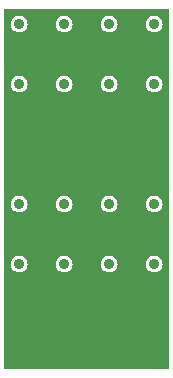
<source format=gbr>
G04 start of page 3 for group 1 idx 1 *
G04 Title: ChangeClearSize Action Test, IN1 *
G04 Creator: pcb v4.1.0-g2256aec2 *
G04 CreationDate: Sun May  6 14:43:48 2018 UTC *
G04 For: parkecw1 *
G04 Format: Gerber/RS-274X *
G04 PCB-Dimensions (mil): 1400.00 1500.00 *
G04 PCB-Coordinate-Origin: lower left *
%MOIN*%
%FSLAX25Y25*%
%LNGROUP1*%
%ADD17C,0.0200*%
%ADD16C,0.0360*%
%ADD15C,0.0001*%
G54D15*G36*
X84996Y130000D02*X90000D01*
Y10000D01*
X84996D01*
Y42192D01*
X85000Y42191D01*
X85439Y42226D01*
X85868Y42329D01*
X86275Y42497D01*
X86651Y42728D01*
X86986Y43014D01*
X87272Y43349D01*
X87503Y43725D01*
X87671Y44132D01*
X87774Y44561D01*
X87800Y45000D01*
X87774Y45439D01*
X87671Y45868D01*
X87503Y46275D01*
X87272Y46651D01*
X86986Y46986D01*
X86651Y47272D01*
X86275Y47503D01*
X85868Y47671D01*
X85439Y47774D01*
X85000Y47809D01*
X84996Y47808D01*
Y62192D01*
X85000Y62191D01*
X85439Y62226D01*
X85868Y62329D01*
X86275Y62497D01*
X86651Y62728D01*
X86986Y63014D01*
X87272Y63349D01*
X87503Y63725D01*
X87671Y64132D01*
X87774Y64561D01*
X87800Y65000D01*
X87774Y65439D01*
X87671Y65868D01*
X87503Y66275D01*
X87272Y66651D01*
X86986Y66986D01*
X86651Y67272D01*
X86275Y67503D01*
X85868Y67671D01*
X85439Y67774D01*
X85000Y67809D01*
X84996Y67808D01*
Y102192D01*
X85000Y102191D01*
X85439Y102226D01*
X85868Y102329D01*
X86275Y102497D01*
X86651Y102728D01*
X86986Y103014D01*
X87272Y103349D01*
X87503Y103725D01*
X87671Y104132D01*
X87774Y104561D01*
X87800Y105000D01*
X87774Y105439D01*
X87671Y105868D01*
X87503Y106275D01*
X87272Y106651D01*
X86986Y106986D01*
X86651Y107272D01*
X86275Y107503D01*
X85868Y107671D01*
X85439Y107774D01*
X85000Y107809D01*
X84996Y107808D01*
Y122192D01*
X85000Y122191D01*
X85439Y122226D01*
X85868Y122329D01*
X86275Y122497D01*
X86651Y122728D01*
X86986Y123014D01*
X87272Y123349D01*
X87503Y123725D01*
X87671Y124132D01*
X87774Y124561D01*
X87800Y125000D01*
X87774Y125439D01*
X87671Y125868D01*
X87503Y126275D01*
X87272Y126651D01*
X86986Y126986D01*
X86651Y127272D01*
X86275Y127503D01*
X85868Y127671D01*
X85439Y127774D01*
X85000Y127809D01*
X84996Y127808D01*
Y130000D01*
G37*
G36*
X69996D02*X84996D01*
Y127808D01*
X84561Y127774D01*
X84132Y127671D01*
X83725Y127503D01*
X83349Y127272D01*
X83014Y126986D01*
X82728Y126651D01*
X82497Y126275D01*
X82329Y125868D01*
X82226Y125439D01*
X82191Y125000D01*
X82226Y124561D01*
X82329Y124132D01*
X82497Y123725D01*
X82728Y123349D01*
X83014Y123014D01*
X83349Y122728D01*
X83725Y122497D01*
X84132Y122329D01*
X84561Y122226D01*
X84996Y122192D01*
Y107808D01*
X84561Y107774D01*
X84132Y107671D01*
X83725Y107503D01*
X83349Y107272D01*
X83014Y106986D01*
X82728Y106651D01*
X82497Y106275D01*
X82329Y105868D01*
X82226Y105439D01*
X82191Y105000D01*
X82226Y104561D01*
X82329Y104132D01*
X82497Y103725D01*
X82728Y103349D01*
X83014Y103014D01*
X83349Y102728D01*
X83725Y102497D01*
X84132Y102329D01*
X84561Y102226D01*
X84996Y102192D01*
Y67808D01*
X84561Y67774D01*
X84132Y67671D01*
X83725Y67503D01*
X83349Y67272D01*
X83014Y66986D01*
X82728Y66651D01*
X82497Y66275D01*
X82329Y65868D01*
X82226Y65439D01*
X82191Y65000D01*
X82226Y64561D01*
X82329Y64132D01*
X82497Y63725D01*
X82728Y63349D01*
X83014Y63014D01*
X83349Y62728D01*
X83725Y62497D01*
X84132Y62329D01*
X84561Y62226D01*
X84996Y62192D01*
Y47808D01*
X84561Y47774D01*
X84132Y47671D01*
X83725Y47503D01*
X83349Y47272D01*
X83014Y46986D01*
X82728Y46651D01*
X82497Y46275D01*
X82329Y45868D01*
X82226Y45439D01*
X82191Y45000D01*
X82226Y44561D01*
X82329Y44132D01*
X82497Y43725D01*
X82728Y43349D01*
X83014Y43014D01*
X83349Y42728D01*
X83725Y42497D01*
X84132Y42329D01*
X84561Y42226D01*
X84996Y42192D01*
Y10000D01*
X69996D01*
Y42192D01*
X70000Y42191D01*
X70439Y42226D01*
X70868Y42329D01*
X71275Y42497D01*
X71651Y42728D01*
X71986Y43014D01*
X72272Y43349D01*
X72503Y43725D01*
X72671Y44132D01*
X72774Y44561D01*
X72800Y45000D01*
X72774Y45439D01*
X72671Y45868D01*
X72503Y46275D01*
X72272Y46651D01*
X71986Y46986D01*
X71651Y47272D01*
X71275Y47503D01*
X70868Y47671D01*
X70439Y47774D01*
X70000Y47809D01*
X69996Y47808D01*
Y62192D01*
X70000Y62191D01*
X70439Y62226D01*
X70868Y62329D01*
X71275Y62497D01*
X71651Y62728D01*
X71986Y63014D01*
X72272Y63349D01*
X72503Y63725D01*
X72671Y64132D01*
X72774Y64561D01*
X72800Y65000D01*
X72774Y65439D01*
X72671Y65868D01*
X72503Y66275D01*
X72272Y66651D01*
X71986Y66986D01*
X71651Y67272D01*
X71275Y67503D01*
X70868Y67671D01*
X70439Y67774D01*
X70000Y67809D01*
X69996Y67808D01*
Y102192D01*
X70000Y102191D01*
X70439Y102226D01*
X70868Y102329D01*
X71275Y102497D01*
X71651Y102728D01*
X71986Y103014D01*
X72272Y103349D01*
X72503Y103725D01*
X72671Y104132D01*
X72774Y104561D01*
X72800Y105000D01*
X72774Y105439D01*
X72671Y105868D01*
X72503Y106275D01*
X72272Y106651D01*
X71986Y106986D01*
X71651Y107272D01*
X71275Y107503D01*
X70868Y107671D01*
X70439Y107774D01*
X70000Y107809D01*
X69996Y107808D01*
Y122192D01*
X70000Y122191D01*
X70439Y122226D01*
X70868Y122329D01*
X71275Y122497D01*
X71651Y122728D01*
X71986Y123014D01*
X72272Y123349D01*
X72503Y123725D01*
X72671Y124132D01*
X72774Y124561D01*
X72800Y125000D01*
X72774Y125439D01*
X72671Y125868D01*
X72503Y126275D01*
X72272Y126651D01*
X71986Y126986D01*
X71651Y127272D01*
X71275Y127503D01*
X70868Y127671D01*
X70439Y127774D01*
X70000Y127809D01*
X69996Y127808D01*
Y130000D01*
G37*
G36*
X54996D02*X69996D01*
Y127808D01*
X69561Y127774D01*
X69132Y127671D01*
X68725Y127503D01*
X68349Y127272D01*
X68014Y126986D01*
X67728Y126651D01*
X67497Y126275D01*
X67329Y125868D01*
X67226Y125439D01*
X67191Y125000D01*
X67226Y124561D01*
X67329Y124132D01*
X67497Y123725D01*
X67728Y123349D01*
X68014Y123014D01*
X68349Y122728D01*
X68725Y122497D01*
X69132Y122329D01*
X69561Y122226D01*
X69996Y122192D01*
Y107808D01*
X69561Y107774D01*
X69132Y107671D01*
X68725Y107503D01*
X68349Y107272D01*
X68014Y106986D01*
X67728Y106651D01*
X67497Y106275D01*
X67329Y105868D01*
X67226Y105439D01*
X67191Y105000D01*
X67226Y104561D01*
X67329Y104132D01*
X67497Y103725D01*
X67728Y103349D01*
X68014Y103014D01*
X68349Y102728D01*
X68725Y102497D01*
X69132Y102329D01*
X69561Y102226D01*
X69996Y102192D01*
Y67808D01*
X69561Y67774D01*
X69132Y67671D01*
X68725Y67503D01*
X68349Y67272D01*
X68014Y66986D01*
X67728Y66651D01*
X67497Y66275D01*
X67329Y65868D01*
X67226Y65439D01*
X67191Y65000D01*
X67226Y64561D01*
X67329Y64132D01*
X67497Y63725D01*
X67728Y63349D01*
X68014Y63014D01*
X68349Y62728D01*
X68725Y62497D01*
X69132Y62329D01*
X69561Y62226D01*
X69996Y62192D01*
Y47808D01*
X69561Y47774D01*
X69132Y47671D01*
X68725Y47503D01*
X68349Y47272D01*
X68014Y46986D01*
X67728Y46651D01*
X67497Y46275D01*
X67329Y45868D01*
X67226Y45439D01*
X67191Y45000D01*
X67226Y44561D01*
X67329Y44132D01*
X67497Y43725D01*
X67728Y43349D01*
X68014Y43014D01*
X68349Y42728D01*
X68725Y42497D01*
X69132Y42329D01*
X69561Y42226D01*
X69996Y42192D01*
Y10000D01*
X54996D01*
Y42192D01*
X55000Y42191D01*
X55439Y42226D01*
X55868Y42329D01*
X56275Y42497D01*
X56651Y42728D01*
X56986Y43014D01*
X57272Y43349D01*
X57503Y43725D01*
X57671Y44132D01*
X57774Y44561D01*
X57800Y45000D01*
X57774Y45439D01*
X57671Y45868D01*
X57503Y46275D01*
X57272Y46651D01*
X56986Y46986D01*
X56651Y47272D01*
X56275Y47503D01*
X55868Y47671D01*
X55439Y47774D01*
X55000Y47809D01*
X54996Y47808D01*
Y62192D01*
X55000Y62191D01*
X55439Y62226D01*
X55868Y62329D01*
X56275Y62497D01*
X56651Y62728D01*
X56986Y63014D01*
X57272Y63349D01*
X57503Y63725D01*
X57671Y64132D01*
X57774Y64561D01*
X57800Y65000D01*
X57774Y65439D01*
X57671Y65868D01*
X57503Y66275D01*
X57272Y66651D01*
X56986Y66986D01*
X56651Y67272D01*
X56275Y67503D01*
X55868Y67671D01*
X55439Y67774D01*
X55000Y67809D01*
X54996Y67808D01*
Y102192D01*
X55000Y102191D01*
X55439Y102226D01*
X55868Y102329D01*
X56275Y102497D01*
X56651Y102728D01*
X56986Y103014D01*
X57272Y103349D01*
X57503Y103725D01*
X57671Y104132D01*
X57774Y104561D01*
X57800Y105000D01*
X57774Y105439D01*
X57671Y105868D01*
X57503Y106275D01*
X57272Y106651D01*
X56986Y106986D01*
X56651Y107272D01*
X56275Y107503D01*
X55868Y107671D01*
X55439Y107774D01*
X55000Y107809D01*
X54996Y107808D01*
Y122192D01*
X55000Y122191D01*
X55439Y122226D01*
X55868Y122329D01*
X56275Y122497D01*
X56651Y122728D01*
X56986Y123014D01*
X57272Y123349D01*
X57503Y123725D01*
X57671Y124132D01*
X57774Y124561D01*
X57800Y125000D01*
X57774Y125439D01*
X57671Y125868D01*
X57503Y126275D01*
X57272Y126651D01*
X56986Y126986D01*
X56651Y127272D01*
X56275Y127503D01*
X55868Y127671D01*
X55439Y127774D01*
X55000Y127809D01*
X54996Y127808D01*
Y130000D01*
G37*
G36*
X39996D02*X54996D01*
Y127808D01*
X54561Y127774D01*
X54132Y127671D01*
X53725Y127503D01*
X53349Y127272D01*
X53014Y126986D01*
X52728Y126651D01*
X52497Y126275D01*
X52329Y125868D01*
X52226Y125439D01*
X52191Y125000D01*
X52226Y124561D01*
X52329Y124132D01*
X52497Y123725D01*
X52728Y123349D01*
X53014Y123014D01*
X53349Y122728D01*
X53725Y122497D01*
X54132Y122329D01*
X54561Y122226D01*
X54996Y122192D01*
Y107808D01*
X54561Y107774D01*
X54132Y107671D01*
X53725Y107503D01*
X53349Y107272D01*
X53014Y106986D01*
X52728Y106651D01*
X52497Y106275D01*
X52329Y105868D01*
X52226Y105439D01*
X52191Y105000D01*
X52226Y104561D01*
X52329Y104132D01*
X52497Y103725D01*
X52728Y103349D01*
X53014Y103014D01*
X53349Y102728D01*
X53725Y102497D01*
X54132Y102329D01*
X54561Y102226D01*
X54996Y102192D01*
Y67808D01*
X54561Y67774D01*
X54132Y67671D01*
X53725Y67503D01*
X53349Y67272D01*
X53014Y66986D01*
X52728Y66651D01*
X52497Y66275D01*
X52329Y65868D01*
X52226Y65439D01*
X52191Y65000D01*
X52226Y64561D01*
X52329Y64132D01*
X52497Y63725D01*
X52728Y63349D01*
X53014Y63014D01*
X53349Y62728D01*
X53725Y62497D01*
X54132Y62329D01*
X54561Y62226D01*
X54996Y62192D01*
Y47808D01*
X54561Y47774D01*
X54132Y47671D01*
X53725Y47503D01*
X53349Y47272D01*
X53014Y46986D01*
X52728Y46651D01*
X52497Y46275D01*
X52329Y45868D01*
X52226Y45439D01*
X52191Y45000D01*
X52226Y44561D01*
X52329Y44132D01*
X52497Y43725D01*
X52728Y43349D01*
X53014Y43014D01*
X53349Y42728D01*
X53725Y42497D01*
X54132Y42329D01*
X54561Y42226D01*
X54996Y42192D01*
Y10000D01*
X39996D01*
Y42192D01*
X40000Y42191D01*
X40439Y42226D01*
X40868Y42329D01*
X41275Y42497D01*
X41651Y42728D01*
X41986Y43014D01*
X42272Y43349D01*
X42503Y43725D01*
X42671Y44132D01*
X42774Y44561D01*
X42800Y45000D01*
X42774Y45439D01*
X42671Y45868D01*
X42503Y46275D01*
X42272Y46651D01*
X41986Y46986D01*
X41651Y47272D01*
X41275Y47503D01*
X40868Y47671D01*
X40439Y47774D01*
X40000Y47809D01*
X39996Y47808D01*
Y62192D01*
X40000Y62191D01*
X40439Y62226D01*
X40868Y62329D01*
X41275Y62497D01*
X41651Y62728D01*
X41986Y63014D01*
X42272Y63349D01*
X42503Y63725D01*
X42671Y64132D01*
X42774Y64561D01*
X42800Y65000D01*
X42774Y65439D01*
X42671Y65868D01*
X42503Y66275D01*
X42272Y66651D01*
X41986Y66986D01*
X41651Y67272D01*
X41275Y67503D01*
X40868Y67671D01*
X40439Y67774D01*
X40000Y67809D01*
X39996Y67808D01*
Y102192D01*
X40000Y102191D01*
X40439Y102226D01*
X40868Y102329D01*
X41275Y102497D01*
X41651Y102728D01*
X41986Y103014D01*
X42272Y103349D01*
X42503Y103725D01*
X42671Y104132D01*
X42774Y104561D01*
X42800Y105000D01*
X42774Y105439D01*
X42671Y105868D01*
X42503Y106275D01*
X42272Y106651D01*
X41986Y106986D01*
X41651Y107272D01*
X41275Y107503D01*
X40868Y107671D01*
X40439Y107774D01*
X40000Y107809D01*
X39996Y107808D01*
Y122192D01*
X40000Y122191D01*
X40439Y122226D01*
X40868Y122329D01*
X41275Y122497D01*
X41651Y122728D01*
X41986Y123014D01*
X42272Y123349D01*
X42503Y123725D01*
X42671Y124132D01*
X42774Y124561D01*
X42800Y125000D01*
X42774Y125439D01*
X42671Y125868D01*
X42503Y126275D01*
X42272Y126651D01*
X41986Y126986D01*
X41651Y127272D01*
X41275Y127503D01*
X40868Y127671D01*
X40439Y127774D01*
X40000Y127809D01*
X39996Y127808D01*
Y130000D01*
G37*
G36*
X35000D02*X39996D01*
Y127808D01*
X39561Y127774D01*
X39132Y127671D01*
X38725Y127503D01*
X38349Y127272D01*
X38014Y126986D01*
X37728Y126651D01*
X37497Y126275D01*
X37329Y125868D01*
X37226Y125439D01*
X37191Y125000D01*
X37226Y124561D01*
X37329Y124132D01*
X37497Y123725D01*
X37728Y123349D01*
X38014Y123014D01*
X38349Y122728D01*
X38725Y122497D01*
X39132Y122329D01*
X39561Y122226D01*
X39996Y122192D01*
Y107808D01*
X39561Y107774D01*
X39132Y107671D01*
X38725Y107503D01*
X38349Y107272D01*
X38014Y106986D01*
X37728Y106651D01*
X37497Y106275D01*
X37329Y105868D01*
X37226Y105439D01*
X37191Y105000D01*
X37226Y104561D01*
X37329Y104132D01*
X37497Y103725D01*
X37728Y103349D01*
X38014Y103014D01*
X38349Y102728D01*
X38725Y102497D01*
X39132Y102329D01*
X39561Y102226D01*
X39996Y102192D01*
Y67808D01*
X39561Y67774D01*
X39132Y67671D01*
X38725Y67503D01*
X38349Y67272D01*
X38014Y66986D01*
X37728Y66651D01*
X37497Y66275D01*
X37329Y65868D01*
X37226Y65439D01*
X37191Y65000D01*
X37226Y64561D01*
X37329Y64132D01*
X37497Y63725D01*
X37728Y63349D01*
X38014Y63014D01*
X38349Y62728D01*
X38725Y62497D01*
X39132Y62329D01*
X39561Y62226D01*
X39996Y62192D01*
Y47808D01*
X39561Y47774D01*
X39132Y47671D01*
X38725Y47503D01*
X38349Y47272D01*
X38014Y46986D01*
X37728Y46651D01*
X37497Y46275D01*
X37329Y45868D01*
X37226Y45439D01*
X37191Y45000D01*
X37226Y44561D01*
X37329Y44132D01*
X37497Y43725D01*
X37728Y43349D01*
X38014Y43014D01*
X38349Y42728D01*
X38725Y42497D01*
X39132Y42329D01*
X39561Y42226D01*
X39996Y42192D01*
Y10000D01*
X35000D01*
Y130000D01*
G37*
G54D16*X85000Y35000D03*
X70000D03*
X85000Y45000D03*
X40000Y35000D03*
X55000D03*
X40000Y45000D03*
X55000D03*
X70000D03*
X40000Y105000D03*
Y95000D03*
Y65000D03*
Y55000D03*
X70000Y105000D03*
Y95000D03*
Y65000D03*
Y55000D03*
X55000Y105000D03*
Y95000D03*
Y65000D03*
Y55000D03*
X85000Y65000D03*
Y55000D03*
X70000Y125000D03*
X85000D03*
X70000Y115000D03*
X40000Y125000D03*
X55000D03*
X40000Y115000D03*
X55000D03*
X85000D03*
Y105000D03*
Y95000D03*
G54D17*M02*

</source>
